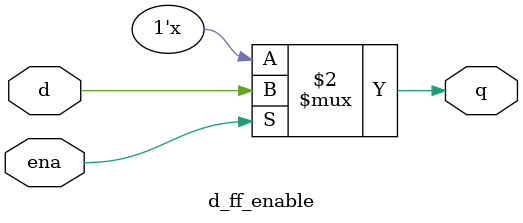
<source format=v>
module d_ff_enable (
    input d, 
    input ena,
    output q);
    always @(*) 
        begin
            if(ena)
                q<=d;
        end
endmodule

</source>
